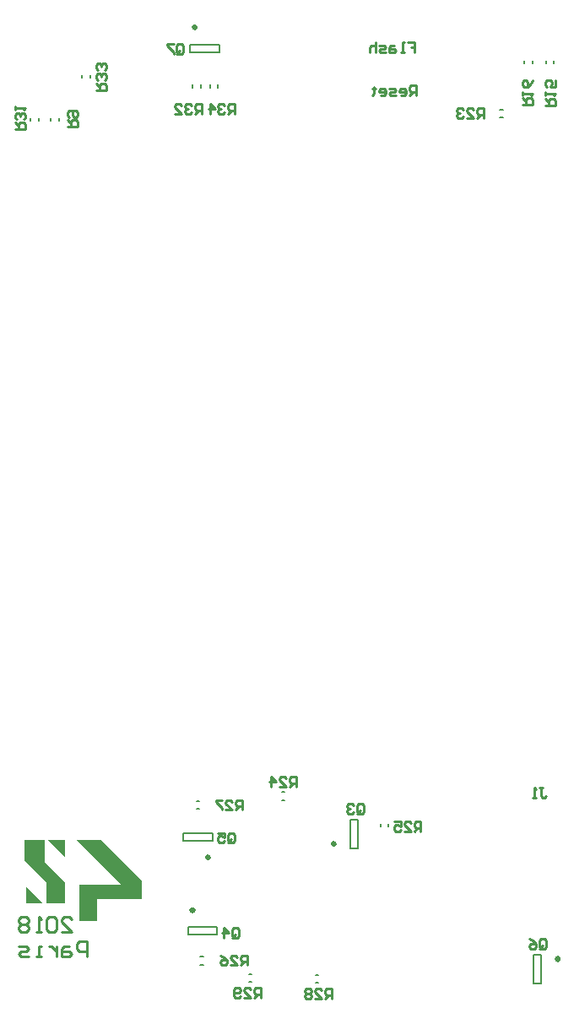
<source format=gbo>
G04 Layer_Color=32896*
%FSLAX44Y44*%
%MOMM*%
G71*
G01*
G75*
%ADD36C,0.5000*%
%ADD47C,0.1270*%
%ADD50C,0.2540*%
G36*
X58374Y114014D02*
X41380Y114014D01*
X41380Y131008D01*
X58374Y114014D01*
D02*
G37*
G36*
X157204Y136366D02*
Y118078D01*
X112500D01*
Y95726D01*
X94212D01*
Y132302D01*
X136884D01*
Y132366D01*
X92000Y177250D01*
Y177250D01*
X116320D01*
X157204Y136366D01*
D02*
G37*
G36*
X79988Y160012D02*
X62994Y177006D01*
X79988Y177006D01*
X79988Y160012D01*
D02*
G37*
G36*
X59668Y155670D02*
X79988Y135350D01*
Y114014D01*
X61700D01*
Y134334D01*
X39348Y156686D01*
Y177006D01*
X59668D01*
Y155670D01*
D02*
G37*
D36*
X209971Y992274D02*
X210447Y992750D01*
X210923Y992274D01*
X210447Y991798D01*
X209971Y992274D01*
X349726Y173048D02*
X349250Y173524D01*
X349726Y174000D01*
X350202Y173524D01*
X349726Y173048D01*
X207548Y106774D02*
X208024Y107250D01*
X208500Y106774D01*
X208024Y106298D01*
X207548Y106774D01*
X223952Y159726D02*
X223476Y159250D01*
X223000Y159726D01*
X223476Y160202D01*
X223952Y159726D01*
X574274Y58452D02*
X574750Y57976D01*
X574274Y57500D01*
X573798Y57976D01*
X574274Y58452D01*
D47*
X516476Y901936D02*
X519524D01*
X516476Y910064D02*
X519524D01*
X205923Y967690D02*
Y975310D01*
Y967690D02*
X234923D01*
Y975310D01*
X205923D02*
X234923D01*
X216106Y931976D02*
Y935024D01*
X207978Y931976D02*
Y935024D01*
X233649Y932053D02*
Y935100D01*
X225521Y932053D02*
Y935100D01*
X549064Y955976D02*
Y959024D01*
X540936Y955976D02*
Y959024D01*
X570564Y955976D02*
Y959024D01*
X562436Y955976D02*
Y959024D01*
X366690Y169000D02*
X374310D01*
Y198000D01*
X366690D02*
X374310D01*
X366690Y169000D02*
Y198000D01*
X404564Y190476D02*
Y193524D01*
X396436Y190476D02*
Y193524D01*
X215976Y60564D02*
X219024D01*
X215976Y52436D02*
X219024D01*
X203500Y82190D02*
Y89810D01*
Y82190D02*
X232500D01*
Y89810D01*
X203500D02*
X232500D01*
X228000Y176690D02*
Y184310D01*
X199000D02*
X228000D01*
X199000Y176690D02*
Y184310D01*
Y176690D02*
X228000D01*
X211976Y208436D02*
X215024D01*
X211976Y216564D02*
X215024D01*
X97436Y941476D02*
Y944524D01*
X105564Y941476D02*
Y944524D01*
X45436Y898476D02*
Y901524D01*
X53564Y898476D02*
Y901524D01*
X331476Y42064D02*
X334524D01*
X331476Y33936D02*
X334524D01*
X264476Y34936D02*
X267524D01*
X264476Y43064D02*
X267524D01*
X297476Y217436D02*
X300524D01*
X297476Y225564D02*
X300524D01*
X549690Y62500D02*
X557310D01*
X549690Y33500D02*
Y62500D01*
Y33500D02*
X557310D01*
Y62500D01*
X65936Y898476D02*
Y901524D01*
X74064Y898476D02*
Y901524D01*
D50*
X77206Y85168D02*
X87363D01*
X77206Y95325D01*
Y97864D01*
X79745Y100403D01*
X84824D01*
X87363Y97864D01*
X72128D02*
X69588Y100403D01*
X64510D01*
X61971Y97864D01*
Y87707D01*
X64510Y85168D01*
X69588D01*
X72128Y87707D01*
Y97864D01*
X56893Y85168D02*
X51814D01*
X54353D01*
Y100403D01*
X56893Y97864D01*
X44197D02*
X41658Y100403D01*
X36579D01*
X34040Y97864D01*
Y95325D01*
X36579Y92786D01*
X34040Y90246D01*
Y87707D01*
X36579Y85168D01*
X41658D01*
X44197Y87707D01*
Y90246D01*
X41658Y92786D01*
X44197Y95325D01*
Y97864D01*
X41658Y92786D02*
X36579D01*
X102598Y60790D02*
Y76025D01*
X94980D01*
X92441Y73486D01*
Y68408D01*
X94980Y65868D01*
X102598D01*
X84824Y70947D02*
X79745D01*
X77206Y68408D01*
Y60790D01*
X84824D01*
X87363Y63329D01*
X84824Y65868D01*
X77206D01*
X72128Y70947D02*
Y60790D01*
Y65868D01*
X69588Y68408D01*
X67049Y70947D01*
X64510D01*
X56893Y60790D02*
X51814D01*
X54353D01*
Y70947D01*
X56893D01*
X44197Y60790D02*
X36579D01*
X34040Y63329D01*
X36579Y65868D01*
X41658D01*
X44197Y68408D01*
X41658Y70947D01*
X34040D01*
X423835Y977497D02*
X430500D01*
Y972498D01*
X427168D01*
X430500D01*
Y967500D01*
X420503D02*
X417171D01*
X418837D01*
Y977497D01*
X420503D01*
X410506Y974165D02*
X407174D01*
X405508Y972498D01*
Y967500D01*
X410506D01*
X412173Y969166D01*
X410506Y970832D01*
X405508D01*
X402176Y967500D02*
X397177D01*
X395511Y969166D01*
X397177Y970832D01*
X400510D01*
X402176Y972498D01*
X400510Y974165D01*
X395511D01*
X392179Y977497D02*
Y967500D01*
Y972498D01*
X390513Y974165D01*
X387181D01*
X385514Y972498D01*
Y967500D01*
X432000Y924000D02*
Y933997D01*
X427002D01*
X425336Y932331D01*
Y928998D01*
X427002Y927332D01*
X432000D01*
X428668D02*
X425336Y924000D01*
X417005D02*
X420337D01*
X422003Y925666D01*
Y928998D01*
X420337Y930665D01*
X417005D01*
X415339Y928998D01*
Y927332D01*
X422003D01*
X412006Y924000D02*
X407008D01*
X405342Y925666D01*
X407008Y927332D01*
X410340D01*
X412006Y928998D01*
X410340Y930665D01*
X405342D01*
X397011Y924000D02*
X400344D01*
X402010Y925666D01*
Y928998D01*
X400344Y930665D01*
X397011D01*
X395345Y928998D01*
Y927332D01*
X402010D01*
X390347Y932331D02*
Y930665D01*
X392013D01*
X388681D01*
X390347D01*
Y925666D01*
X388681Y924000D01*
X250500Y905500D02*
Y915497D01*
X245502D01*
X243836Y913831D01*
Y910498D01*
X245502Y908832D01*
X250500D01*
X247168D02*
X243836Y905500D01*
X240503Y913831D02*
X238837Y915497D01*
X235505D01*
X233839Y913831D01*
Y912165D01*
X235505Y910498D01*
X237171D01*
X235505D01*
X233839Y908832D01*
Y907166D01*
X235505Y905500D01*
X238837D01*
X240503Y907166D01*
X225508Y905500D02*
Y915497D01*
X230506Y910498D01*
X223842D01*
X111500Y929500D02*
X121497D01*
Y934498D01*
X119831Y936164D01*
X116498D01*
X114832Y934498D01*
Y929500D01*
Y932832D02*
X111500Y936164D01*
X119831Y939497D02*
X121497Y941163D01*
Y944495D01*
X119831Y946161D01*
X118165D01*
X116498Y944495D01*
Y942829D01*
Y944495D01*
X114832Y946161D01*
X113166D01*
X111500Y944495D01*
Y941163D01*
X113166Y939497D01*
X119831Y949494D02*
X121497Y951160D01*
Y954492D01*
X119831Y956158D01*
X118165D01*
X116498Y954492D01*
Y952826D01*
Y954492D01*
X114832Y956158D01*
X113166D01*
X111500Y954492D01*
Y951160D01*
X113166Y949494D01*
X217000Y905500D02*
Y915497D01*
X212002D01*
X210336Y913831D01*
Y910498D01*
X212002Y908832D01*
X217000D01*
X213668D02*
X210336Y905500D01*
X207003Y913831D02*
X205337Y915497D01*
X202005D01*
X200339Y913831D01*
Y912165D01*
X202005Y910498D01*
X203671D01*
X202005D01*
X200339Y908832D01*
Y907166D01*
X202005Y905500D01*
X205337D01*
X207003Y907166D01*
X190342Y905500D02*
X197006D01*
X190342Y912165D01*
Y913831D01*
X192008Y915497D01*
X195340D01*
X197006Y913831D01*
X30000Y890000D02*
X39997D01*
Y894998D01*
X38331Y896665D01*
X34998D01*
X33332Y894998D01*
Y890000D01*
Y893332D02*
X30000Y896665D01*
X38331Y899997D02*
X39997Y901663D01*
Y904995D01*
X38331Y906661D01*
X36665D01*
X34998Y904995D01*
Y903329D01*
Y904995D01*
X33332Y906661D01*
X31666D01*
X30000Y904995D01*
Y901663D01*
X31666Y899997D01*
X30000Y909994D02*
Y913326D01*
Y911660D01*
X39997D01*
X38331Y909994D01*
X276500Y19000D02*
Y28997D01*
X271502D01*
X269835Y27331D01*
Y23998D01*
X271502Y22332D01*
X276500D01*
X273168D02*
X269835Y19000D01*
X259839D02*
X266503D01*
X259839Y25665D01*
Y27331D01*
X261505Y28997D01*
X264837D01*
X266503Y27331D01*
X256506Y20666D02*
X254840Y19000D01*
X251508D01*
X249842Y20666D01*
Y27331D01*
X251508Y28997D01*
X254840D01*
X256506Y27331D01*
Y25665D01*
X254840Y23998D01*
X249842D01*
X347500Y18500D02*
Y28497D01*
X342502D01*
X340835Y26831D01*
Y23498D01*
X342502Y21832D01*
X347500D01*
X344168D02*
X340835Y18500D01*
X330839D02*
X337503D01*
X330839Y25164D01*
Y26831D01*
X332505Y28497D01*
X335837D01*
X337503Y26831D01*
X327506D02*
X325840Y28497D01*
X322508D01*
X320842Y26831D01*
Y25164D01*
X322508Y23498D01*
X320842Y21832D01*
Y20166D01*
X322508Y18500D01*
X325840D01*
X327506Y20166D01*
Y21832D01*
X325840Y23498D01*
X327506Y25164D01*
Y26831D01*
X325840Y23498D02*
X322508D01*
X258000Y207500D02*
Y217497D01*
X253002D01*
X251336Y215831D01*
Y212498D01*
X253002Y210832D01*
X258000D01*
X254668D02*
X251336Y207500D01*
X241339D02*
X248003D01*
X241339Y214165D01*
Y215831D01*
X243005Y217497D01*
X246337D01*
X248003Y215831D01*
X238006Y217497D02*
X231342D01*
Y215831D01*
X238006Y209166D01*
Y207500D01*
X262750Y51750D02*
Y61747D01*
X257752D01*
X256085Y60081D01*
Y56748D01*
X257752Y55082D01*
X262750D01*
X259418D02*
X256085Y51750D01*
X246089D02*
X252753D01*
X246089Y58415D01*
Y60081D01*
X247755Y61747D01*
X251087D01*
X252753Y60081D01*
X236092Y61747D02*
X239424Y60081D01*
X242756Y56748D01*
Y53416D01*
X241090Y51750D01*
X237758D01*
X236092Y53416D01*
Y55082D01*
X237758Y56748D01*
X242756D01*
X437000Y186000D02*
Y195997D01*
X432002D01*
X430336Y194331D01*
Y190998D01*
X432002Y189332D01*
X437000D01*
X433668D02*
X430336Y186000D01*
X420339D02*
X427003D01*
X420339Y192665D01*
Y194331D01*
X422005Y195997D01*
X425337D01*
X427003Y194331D01*
X410342Y195997D02*
X417006D01*
Y190998D01*
X413674Y192665D01*
X412008D01*
X410342Y190998D01*
Y187666D01*
X412008Y186000D01*
X415340D01*
X417006Y187666D01*
X312000Y230500D02*
Y240497D01*
X307002D01*
X305336Y238831D01*
Y235498D01*
X307002Y233832D01*
X312000D01*
X308668D02*
X305336Y230500D01*
X295339D02*
X302003D01*
X295339Y237164D01*
Y238831D01*
X297005Y240497D01*
X300337D01*
X302003Y238831D01*
X287008Y230500D02*
Y240497D01*
X292006Y235498D01*
X285342D01*
X500000Y901000D02*
Y910997D01*
X495002D01*
X493335Y909331D01*
Y905998D01*
X495002Y904332D01*
X500000D01*
X496668D02*
X493335Y901000D01*
X483339D02*
X490003D01*
X483339Y907664D01*
Y909331D01*
X485005Y910997D01*
X488337D01*
X490003Y909331D01*
X480006D02*
X478340Y910997D01*
X475008D01*
X473342Y909331D01*
Y907664D01*
X475008Y905998D01*
X476674D01*
X475008D01*
X473342Y904332D01*
Y902666D01*
X475008Y901000D01*
X478340D01*
X480006Y902666D01*
X539500Y914500D02*
X549497D01*
Y919498D01*
X547831Y921164D01*
X544498D01*
X542832Y919498D01*
Y914500D01*
Y917832D02*
X539500Y921164D01*
Y924497D02*
Y927829D01*
Y926163D01*
X549497D01*
X547831Y924497D01*
X549497Y939492D02*
X547831Y936160D01*
X544498Y932827D01*
X541166D01*
X539500Y934494D01*
Y937826D01*
X541166Y939492D01*
X542832D01*
X544498Y937826D01*
Y932827D01*
X562000Y914000D02*
X571997D01*
Y918998D01*
X570331Y920665D01*
X566998D01*
X565332Y918998D01*
Y914000D01*
Y917332D02*
X562000Y920665D01*
Y923997D02*
Y927329D01*
Y925663D01*
X571997D01*
X570331Y923997D01*
X571997Y938992D02*
Y932327D01*
X566998D01*
X568665Y935660D01*
Y937326D01*
X566998Y938992D01*
X563666D01*
X562000Y937326D01*
Y933994D01*
X563666Y932327D01*
X192335Y967666D02*
Y974331D01*
X194002Y975997D01*
X197334D01*
X199000Y974331D01*
Y967666D01*
X197334Y966000D01*
X194002D01*
X195668Y969332D02*
X192335Y966000D01*
X194002D02*
X192335Y967666D01*
X189003Y975997D02*
X182339D01*
Y974331D01*
X189003Y967666D01*
Y966000D01*
X555835Y70166D02*
Y76831D01*
X557502Y78497D01*
X560834D01*
X562500Y76831D01*
Y70166D01*
X560834Y68500D01*
X557502D01*
X559168Y71832D02*
X555835Y68500D01*
X557502D02*
X555835Y70166D01*
X545839Y78497D02*
X549171Y76831D01*
X552503Y73498D01*
Y70166D01*
X550837Y68500D01*
X547505D01*
X545839Y70166D01*
Y71832D01*
X547505Y73498D01*
X552503D01*
X243335Y176166D02*
Y182831D01*
X245002Y184497D01*
X248334D01*
X250000Y182831D01*
Y176166D01*
X248334Y174500D01*
X245002D01*
X246668Y177832D02*
X243335Y174500D01*
X245002D02*
X243335Y176166D01*
X233339Y184497D02*
X240003D01*
Y179498D01*
X236671Y181164D01*
X235005D01*
X233339Y179498D01*
Y176166D01*
X235005Y174500D01*
X238337D01*
X240003Y176166D01*
X247836Y81166D02*
Y87831D01*
X249502Y89497D01*
X252834D01*
X254500Y87831D01*
Y81166D01*
X252834Y79500D01*
X249502D01*
X251168Y82832D02*
X247836Y79500D01*
X249502D02*
X247836Y81166D01*
X239505Y79500D02*
Y89497D01*
X244503Y84498D01*
X237839D01*
X373335Y205166D02*
Y211831D01*
X375002Y213497D01*
X378334D01*
X380000Y211831D01*
Y205166D01*
X378334Y203500D01*
X375002D01*
X376668Y206832D02*
X373335Y203500D01*
X375002D02*
X373335Y205166D01*
X370003Y211831D02*
X368337Y213497D01*
X365005D01*
X363339Y211831D01*
Y210165D01*
X365005Y208498D01*
X366671D01*
X365005D01*
X363339Y206832D01*
Y205166D01*
X365005Y203500D01*
X368337D01*
X370003Y205166D01*
X555835Y229997D02*
X559168D01*
X557502D01*
Y221666D01*
X559168Y220000D01*
X560834D01*
X562500Y221666D01*
X552503Y220000D02*
X549171D01*
X550837D01*
Y229997D01*
X552503Y228331D01*
X82500Y892500D02*
X92497D01*
Y897498D01*
X90831Y899165D01*
X87498D01*
X85832Y897498D01*
Y892500D01*
Y895832D02*
X82500Y899165D01*
X84166Y902497D02*
X82500Y904163D01*
Y907495D01*
X84166Y909161D01*
X90831D01*
X92497Y907495D01*
Y904163D01*
X90831Y902497D01*
X89164D01*
X87498Y904163D01*
Y909161D01*
M02*

</source>
